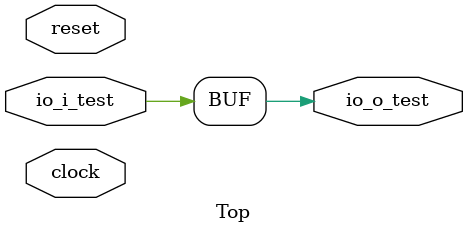
<source format=v>
module Top(
  input   clock,
  input   reset,
  input   io_i_test,
  output  io_o_test
);
  assign io_o_test = io_i_test; // @[Top.scala 14:13]
endmodule

</source>
